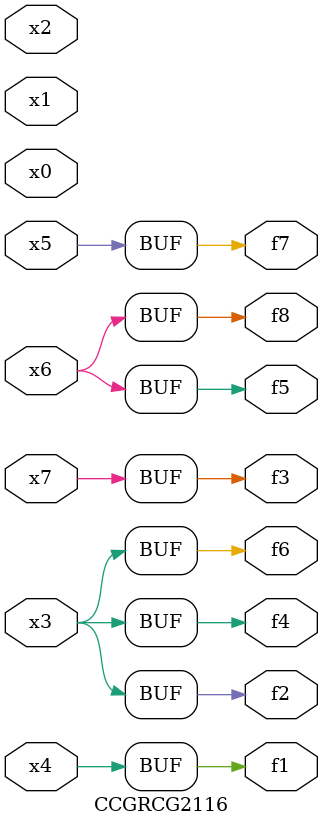
<source format=v>
module CCGRCG2116(
	input x0, x1, x2, x3, x4, x5, x6, x7,
	output f1, f2, f3, f4, f5, f6, f7, f8
);
	assign f1 = x4;
	assign f2 = x3;
	assign f3 = x7;
	assign f4 = x3;
	assign f5 = x6;
	assign f6 = x3;
	assign f7 = x5;
	assign f8 = x6;
endmodule

</source>
